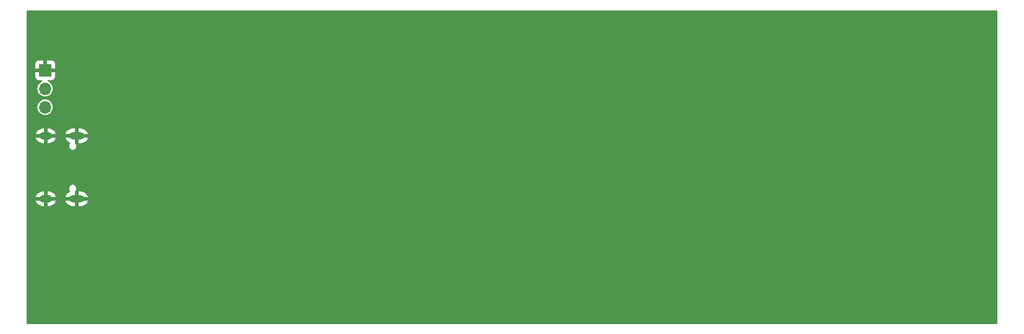
<source format=gbr>
%TF.GenerationSoftware,KiCad,Pcbnew,8.0.7*%
%TF.CreationDate,2025-02-01T19:51:36+00:00*%
%TF.ProjectId,LED-Panel,4c45442d-5061-46e6-956c-2e6b69636164,rev?*%
%TF.SameCoordinates,Original*%
%TF.FileFunction,Copper,L2,Bot*%
%TF.FilePolarity,Positive*%
%FSLAX46Y46*%
G04 Gerber Fmt 4.6, Leading zero omitted, Abs format (unit mm)*
G04 Created by KiCad (PCBNEW 8.0.7) date 2025-02-01 19:51:36*
%MOMM*%
%LPD*%
G01*
G04 APERTURE LIST*
%TA.AperFunction,ComponentPad*%
%ADD10O,2.100000X1.000000*%
%TD*%
%TA.AperFunction,ComponentPad*%
%ADD11O,1.800000X1.000000*%
%TD*%
%TA.AperFunction,ComponentPad*%
%ADD12R,1.700000X1.700000*%
%TD*%
%TA.AperFunction,ComponentPad*%
%ADD13O,1.700000X1.700000*%
%TD*%
%TA.AperFunction,ViaPad*%
%ADD14C,0.600000*%
%TD*%
G04 APERTURE END LIST*
D10*
%TO.P,J1,S1,SHIELD*%
%TO.N,GND*%
X107340000Y-117720000D03*
D11*
X103140000Y-117720000D03*
D10*
X107340000Y-126360000D03*
D11*
X103140000Y-126360000D03*
%TD*%
D12*
%TO.P,J2,1,Pin_1*%
%TO.N,GND*%
X103027500Y-108710000D03*
D13*
%TO.P,J2,2,Pin_2*%
%TO.N,Net-(J2-Pin_2)*%
X103027500Y-111250000D03*
%TO.P,J2,3,Pin_3*%
%TO.N,+5V*%
X103027500Y-113790000D03*
%TD*%
D14*
%TO.N,GND*%
X108700000Y-107150000D03*
X170000000Y-138000000D03*
X160450000Y-114000000D03*
X132000000Y-126000000D03*
X208000000Y-102000000D03*
X141500000Y-125950000D03*
X160500000Y-138000000D03*
X109050000Y-125200000D03*
X170000000Y-132000000D03*
X189000000Y-114000000D03*
X179500000Y-114000000D03*
X179450000Y-108000000D03*
X132050000Y-132000000D03*
X226950000Y-126000000D03*
X217500000Y-114000000D03*
X198500000Y-132000000D03*
X189000000Y-108000000D03*
X122500000Y-132000000D03*
X122550000Y-102000000D03*
X109200000Y-118800000D03*
X141550000Y-102000000D03*
X122500000Y-126000000D03*
X227000000Y-108000000D03*
X170050000Y-126000000D03*
X217550000Y-126000000D03*
X132000000Y-120000000D03*
X141500000Y-120000000D03*
X179500000Y-138000000D03*
X217500000Y-120000000D03*
X179500000Y-102000000D03*
X170000000Y-108000000D03*
X151050000Y-114000000D03*
X217500000Y-102000000D03*
X132000000Y-108000000D03*
X113000000Y-138000000D03*
X141550000Y-108000000D03*
X217450000Y-132000000D03*
X226950000Y-138000000D03*
X170000000Y-102000000D03*
X141500000Y-132000000D03*
X160500000Y-126000000D03*
X179550000Y-132000000D03*
X170000000Y-120000000D03*
X227000000Y-120000000D03*
X170000000Y-114000000D03*
X132000000Y-114000000D03*
X217550000Y-138000000D03*
X227050000Y-102000000D03*
X208000000Y-138000000D03*
X151000000Y-126000000D03*
X179500000Y-120000000D03*
X113000000Y-126000000D03*
X227000000Y-114000000D03*
X122500000Y-113950000D03*
X113000000Y-120000000D03*
X151000000Y-120000000D03*
X198500000Y-108000000D03*
X208000000Y-126000000D03*
X151000000Y-132000000D03*
X198500000Y-114000000D03*
X151000000Y-108000000D03*
X113000000Y-108000000D03*
X189000000Y-102000000D03*
X208000000Y-114000000D03*
X189000000Y-138000000D03*
X151000000Y-138000000D03*
X160500000Y-120050000D03*
X132050000Y-102000000D03*
X122500000Y-120000000D03*
X160550000Y-102000000D03*
X113000000Y-132000000D03*
X208000000Y-132000000D03*
X141500000Y-114000000D03*
X122500000Y-108000000D03*
X198550000Y-102000000D03*
X188950000Y-126000000D03*
X226900000Y-132000000D03*
X113000000Y-102000000D03*
X198500000Y-120000000D03*
X198450000Y-126000000D03*
X106190000Y-113620000D03*
X151000000Y-102000000D03*
X189000000Y-132000000D03*
X160500000Y-132000000D03*
X141500000Y-138000000D03*
X208000000Y-120000000D03*
X160500000Y-108000000D03*
X179500000Y-126000000D03*
X108420000Y-130710000D03*
X208000000Y-108000000D03*
X198500000Y-138000000D03*
X217500000Y-108000000D03*
X122500000Y-138000000D03*
X112950000Y-114000000D03*
X132000000Y-138000000D03*
X189000000Y-120000000D03*
X108420000Y-129470000D03*
%TD*%
%TA.AperFunction,Conductor*%
%TO.N,GND*%
G36*
X233222539Y-100530185D02*
G01*
X233268294Y-100582989D01*
X233279500Y-100634500D01*
X233279500Y-143385500D01*
X233259815Y-143452539D01*
X233207011Y-143498294D01*
X233155500Y-143509500D01*
X100624500Y-143509500D01*
X100557461Y-143489815D01*
X100511706Y-143437011D01*
X100500500Y-143385500D01*
X100500500Y-126110000D01*
X101770138Y-126110000D01*
X102573012Y-126110000D01*
X102555795Y-126119940D01*
X102499940Y-126175795D01*
X102460444Y-126244204D01*
X102440000Y-126320504D01*
X102440000Y-126399496D01*
X102460444Y-126475796D01*
X102499940Y-126544205D01*
X102555795Y-126600060D01*
X102573012Y-126610000D01*
X101770138Y-126610000D01*
X101778430Y-126651690D01*
X101778430Y-126651692D01*
X101853807Y-126833671D01*
X101853814Y-126833684D01*
X101963248Y-126997462D01*
X101963251Y-126997466D01*
X102102533Y-127136748D01*
X102102537Y-127136751D01*
X102266315Y-127246185D01*
X102266328Y-127246192D01*
X102448306Y-127321569D01*
X102448318Y-127321572D01*
X102641504Y-127359999D01*
X102641508Y-127360000D01*
X102890000Y-127360000D01*
X102890000Y-126660000D01*
X103390000Y-126660000D01*
X103390000Y-127360000D01*
X103638492Y-127360000D01*
X103638495Y-127359999D01*
X103831681Y-127321572D01*
X103831693Y-127321569D01*
X104013671Y-127246192D01*
X104013684Y-127246185D01*
X104177462Y-127136751D01*
X104177466Y-127136748D01*
X104316748Y-126997466D01*
X104316751Y-126997462D01*
X104426185Y-126833684D01*
X104426192Y-126833671D01*
X104501569Y-126651692D01*
X104501569Y-126651690D01*
X104509862Y-126610000D01*
X103706988Y-126610000D01*
X103724205Y-126600060D01*
X103780060Y-126544205D01*
X103819556Y-126475796D01*
X103840000Y-126399496D01*
X103840000Y-126320504D01*
X103819556Y-126244204D01*
X103780060Y-126175795D01*
X103724205Y-126119940D01*
X103706988Y-126110000D01*
X104509862Y-126110000D01*
X105820138Y-126110000D01*
X106623012Y-126110000D01*
X106605795Y-126119940D01*
X106549940Y-126175795D01*
X106510444Y-126244204D01*
X106490000Y-126320504D01*
X106490000Y-126399496D01*
X106510444Y-126475796D01*
X106549940Y-126544205D01*
X106605795Y-126600060D01*
X106623012Y-126610000D01*
X105820138Y-126610000D01*
X105828430Y-126651690D01*
X105828430Y-126651692D01*
X105903807Y-126833671D01*
X105903814Y-126833684D01*
X106013248Y-126997462D01*
X106013251Y-126997466D01*
X106152533Y-127136748D01*
X106152537Y-127136751D01*
X106316315Y-127246185D01*
X106316328Y-127246192D01*
X106498306Y-127321569D01*
X106498318Y-127321572D01*
X106691504Y-127359999D01*
X106691508Y-127360000D01*
X107090000Y-127360000D01*
X107090000Y-126660000D01*
X107590000Y-126660000D01*
X107590000Y-127360000D01*
X107988492Y-127360000D01*
X107988495Y-127359999D01*
X108181681Y-127321572D01*
X108181693Y-127321569D01*
X108363671Y-127246192D01*
X108363684Y-127246185D01*
X108527462Y-127136751D01*
X108527466Y-127136748D01*
X108666748Y-126997466D01*
X108666751Y-126997462D01*
X108776185Y-126833684D01*
X108776192Y-126833671D01*
X108851569Y-126651692D01*
X108851569Y-126651690D01*
X108859862Y-126610000D01*
X108056988Y-126610000D01*
X108074205Y-126600060D01*
X108130060Y-126544205D01*
X108169556Y-126475796D01*
X108190000Y-126399496D01*
X108190000Y-126320504D01*
X108169556Y-126244204D01*
X108130060Y-126175795D01*
X108074205Y-126119940D01*
X108056988Y-126110000D01*
X108859862Y-126110000D01*
X108851569Y-126068309D01*
X108851569Y-126068307D01*
X108776192Y-125886328D01*
X108776185Y-125886315D01*
X108666751Y-125722537D01*
X108666748Y-125722533D01*
X108527466Y-125583251D01*
X108527462Y-125583248D01*
X108363684Y-125473814D01*
X108363671Y-125473807D01*
X108181693Y-125398430D01*
X108181681Y-125398427D01*
X107988495Y-125360000D01*
X107590000Y-125360000D01*
X107590000Y-126060000D01*
X107090000Y-126060000D01*
X107090000Y-125412105D01*
X107109685Y-125345066D01*
X107126319Y-125324424D01*
X107148393Y-125302350D01*
X107216499Y-125234244D01*
X107281733Y-125121256D01*
X107315500Y-124995234D01*
X107315500Y-124864766D01*
X107281733Y-124738744D01*
X107216499Y-124625756D01*
X107124244Y-124533501D01*
X107067750Y-124500884D01*
X107011257Y-124468267D01*
X106948245Y-124451383D01*
X106885234Y-124434500D01*
X106754766Y-124434500D01*
X106628742Y-124468267D01*
X106515756Y-124533501D01*
X106515753Y-124533503D01*
X106423503Y-124625753D01*
X106423501Y-124625756D01*
X106358267Y-124738742D01*
X106324500Y-124864766D01*
X106324500Y-124995233D01*
X106358267Y-125121257D01*
X106390884Y-125177750D01*
X106423501Y-125234244D01*
X106423503Y-125234246D01*
X106430284Y-125241027D01*
X106463769Y-125302350D01*
X106458785Y-125372042D01*
X106416913Y-125427975D01*
X106390056Y-125443269D01*
X106316325Y-125473809D01*
X106316315Y-125473814D01*
X106152537Y-125583248D01*
X106152533Y-125583251D01*
X106013251Y-125722533D01*
X106013248Y-125722537D01*
X105903814Y-125886315D01*
X105903807Y-125886328D01*
X105828430Y-126068307D01*
X105828430Y-126068309D01*
X105820138Y-126110000D01*
X104509862Y-126110000D01*
X104501569Y-126068309D01*
X104501569Y-126068307D01*
X104426192Y-125886328D01*
X104426185Y-125886315D01*
X104316751Y-125722537D01*
X104316748Y-125722533D01*
X104177466Y-125583251D01*
X104177462Y-125583248D01*
X104013684Y-125473814D01*
X104013671Y-125473807D01*
X103831693Y-125398430D01*
X103831681Y-125398427D01*
X103638495Y-125360000D01*
X103390000Y-125360000D01*
X103390000Y-126060000D01*
X102890000Y-126060000D01*
X102890000Y-125360000D01*
X102641504Y-125360000D01*
X102448318Y-125398427D01*
X102448306Y-125398430D01*
X102266328Y-125473807D01*
X102266315Y-125473814D01*
X102102537Y-125583248D01*
X102102533Y-125583251D01*
X101963251Y-125722533D01*
X101963248Y-125722537D01*
X101853814Y-125886315D01*
X101853807Y-125886328D01*
X101778430Y-126068307D01*
X101778430Y-126068309D01*
X101770138Y-126110000D01*
X100500500Y-126110000D01*
X100500500Y-117470000D01*
X101770138Y-117470000D01*
X102573012Y-117470000D01*
X102555795Y-117479940D01*
X102499940Y-117535795D01*
X102460444Y-117604204D01*
X102440000Y-117680504D01*
X102440000Y-117759496D01*
X102460444Y-117835796D01*
X102499940Y-117904205D01*
X102555795Y-117960060D01*
X102573012Y-117970000D01*
X101770138Y-117970000D01*
X101778430Y-118011690D01*
X101778430Y-118011692D01*
X101853807Y-118193671D01*
X101853814Y-118193684D01*
X101963248Y-118357462D01*
X101963251Y-118357466D01*
X102102533Y-118496748D01*
X102102537Y-118496751D01*
X102266315Y-118606185D01*
X102266328Y-118606192D01*
X102448306Y-118681569D01*
X102448318Y-118681572D01*
X102641504Y-118719999D01*
X102641508Y-118720000D01*
X102890000Y-118720000D01*
X102890000Y-118020000D01*
X103390000Y-118020000D01*
X103390000Y-118720000D01*
X103638492Y-118720000D01*
X103638495Y-118719999D01*
X103831681Y-118681572D01*
X103831693Y-118681569D01*
X104013671Y-118606192D01*
X104013684Y-118606185D01*
X104177462Y-118496751D01*
X104177466Y-118496748D01*
X104316748Y-118357466D01*
X104316751Y-118357462D01*
X104426185Y-118193684D01*
X104426192Y-118193671D01*
X104501569Y-118011692D01*
X104501569Y-118011690D01*
X104509862Y-117970000D01*
X103706988Y-117970000D01*
X103724205Y-117960060D01*
X103780060Y-117904205D01*
X103819556Y-117835796D01*
X103840000Y-117759496D01*
X103840000Y-117680504D01*
X103819556Y-117604204D01*
X103780060Y-117535795D01*
X103724205Y-117479940D01*
X103706988Y-117470000D01*
X104509862Y-117470000D01*
X105820138Y-117470000D01*
X106623012Y-117470000D01*
X106605795Y-117479940D01*
X106549940Y-117535795D01*
X106510444Y-117604204D01*
X106490000Y-117680504D01*
X106490000Y-117759496D01*
X106510444Y-117835796D01*
X106549940Y-117904205D01*
X106605795Y-117960060D01*
X106623012Y-117970000D01*
X105820138Y-117970000D01*
X105828430Y-118011690D01*
X105828430Y-118011692D01*
X105903807Y-118193671D01*
X105903814Y-118193684D01*
X106013248Y-118357462D01*
X106013251Y-118357466D01*
X106152533Y-118496748D01*
X106152537Y-118496751D01*
X106316315Y-118606185D01*
X106316327Y-118606192D01*
X106390055Y-118636730D01*
X106444459Y-118680570D01*
X106466524Y-118746864D01*
X106449245Y-118814564D01*
X106430288Y-118838969D01*
X106423501Y-118845756D01*
X106358267Y-118958742D01*
X106324500Y-119084766D01*
X106324500Y-119215233D01*
X106358267Y-119341257D01*
X106390884Y-119397750D01*
X106423501Y-119454244D01*
X106515756Y-119546499D01*
X106628744Y-119611733D01*
X106754766Y-119645500D01*
X106754768Y-119645500D01*
X106885232Y-119645500D01*
X106885234Y-119645500D01*
X107011256Y-119611733D01*
X107124244Y-119546499D01*
X107216499Y-119454244D01*
X107281733Y-119341256D01*
X107315500Y-119215234D01*
X107315500Y-119084766D01*
X107281733Y-118958744D01*
X107216499Y-118845756D01*
X107126319Y-118755576D01*
X107092834Y-118694253D01*
X107090000Y-118667895D01*
X107090000Y-118020000D01*
X107590000Y-118020000D01*
X107590000Y-118720000D01*
X107988492Y-118720000D01*
X107988495Y-118719999D01*
X108181681Y-118681572D01*
X108181693Y-118681569D01*
X108363671Y-118606192D01*
X108363684Y-118606185D01*
X108527462Y-118496751D01*
X108527466Y-118496748D01*
X108666748Y-118357466D01*
X108666751Y-118357462D01*
X108776185Y-118193684D01*
X108776192Y-118193671D01*
X108851569Y-118011692D01*
X108851569Y-118011690D01*
X108859862Y-117970000D01*
X108056988Y-117970000D01*
X108074205Y-117960060D01*
X108130060Y-117904205D01*
X108169556Y-117835796D01*
X108190000Y-117759496D01*
X108190000Y-117680504D01*
X108169556Y-117604204D01*
X108130060Y-117535795D01*
X108074205Y-117479940D01*
X108056988Y-117470000D01*
X108859862Y-117470000D01*
X108851569Y-117428309D01*
X108851569Y-117428307D01*
X108776192Y-117246328D01*
X108776185Y-117246315D01*
X108666751Y-117082537D01*
X108666748Y-117082533D01*
X108527466Y-116943251D01*
X108527462Y-116943248D01*
X108363684Y-116833814D01*
X108363671Y-116833807D01*
X108181693Y-116758430D01*
X108181681Y-116758427D01*
X107988495Y-116720000D01*
X107590000Y-116720000D01*
X107590000Y-117420000D01*
X107090000Y-117420000D01*
X107090000Y-116720000D01*
X106691504Y-116720000D01*
X106498318Y-116758427D01*
X106498306Y-116758430D01*
X106316328Y-116833807D01*
X106316315Y-116833814D01*
X106152537Y-116943248D01*
X106152533Y-116943251D01*
X106013251Y-117082533D01*
X106013248Y-117082537D01*
X105903814Y-117246315D01*
X105903807Y-117246328D01*
X105828430Y-117428307D01*
X105828430Y-117428309D01*
X105820138Y-117470000D01*
X104509862Y-117470000D01*
X104501569Y-117428309D01*
X104501569Y-117428307D01*
X104426192Y-117246328D01*
X104426185Y-117246315D01*
X104316751Y-117082537D01*
X104316748Y-117082533D01*
X104177466Y-116943251D01*
X104177462Y-116943248D01*
X104013684Y-116833814D01*
X104013671Y-116833807D01*
X103831693Y-116758430D01*
X103831681Y-116758427D01*
X103638495Y-116720000D01*
X103390000Y-116720000D01*
X103390000Y-117420000D01*
X102890000Y-117420000D01*
X102890000Y-116720000D01*
X102641504Y-116720000D01*
X102448318Y-116758427D01*
X102448306Y-116758430D01*
X102266328Y-116833807D01*
X102266315Y-116833814D01*
X102102537Y-116943248D01*
X102102533Y-116943251D01*
X101963251Y-117082533D01*
X101963248Y-117082537D01*
X101853814Y-117246315D01*
X101853807Y-117246328D01*
X101778430Y-117428307D01*
X101778430Y-117428309D01*
X101770138Y-117470000D01*
X100500500Y-117470000D01*
X100500500Y-113790000D01*
X101971917Y-113790000D01*
X101992199Y-113995932D01*
X101992200Y-113995934D01*
X102052268Y-114193954D01*
X102149815Y-114376450D01*
X102149817Y-114376452D01*
X102281089Y-114536410D01*
X102377709Y-114615702D01*
X102441050Y-114667685D01*
X102623546Y-114765232D01*
X102821566Y-114825300D01*
X102821565Y-114825300D01*
X102840029Y-114827118D01*
X103027500Y-114845583D01*
X103233434Y-114825300D01*
X103431454Y-114765232D01*
X103613950Y-114667685D01*
X103773910Y-114536410D01*
X103905185Y-114376450D01*
X104002732Y-114193954D01*
X104062800Y-113995934D01*
X104083083Y-113790000D01*
X104062800Y-113584066D01*
X104002732Y-113386046D01*
X103905185Y-113203550D01*
X103853202Y-113140209D01*
X103773910Y-113043589D01*
X103613952Y-112912317D01*
X103613953Y-112912317D01*
X103613950Y-112912315D01*
X103431454Y-112814768D01*
X103233434Y-112754700D01*
X103233432Y-112754699D01*
X103233434Y-112754699D01*
X103027500Y-112734417D01*
X102821567Y-112754699D01*
X102623543Y-112814769D01*
X102513398Y-112873643D01*
X102441050Y-112912315D01*
X102441048Y-112912316D01*
X102441047Y-112912317D01*
X102281089Y-113043589D01*
X102149817Y-113203547D01*
X102052269Y-113386043D01*
X101992199Y-113584067D01*
X101971917Y-113790000D01*
X100500500Y-113790000D01*
X100500500Y-107812155D01*
X101677500Y-107812155D01*
X101677500Y-108460000D01*
X102594488Y-108460000D01*
X102561575Y-108517007D01*
X102527500Y-108644174D01*
X102527500Y-108775826D01*
X102561575Y-108902993D01*
X102594488Y-108960000D01*
X101677500Y-108960000D01*
X101677500Y-109607844D01*
X101683901Y-109667372D01*
X101683903Y-109667379D01*
X101734145Y-109802086D01*
X101734149Y-109802093D01*
X101820309Y-109917187D01*
X101820312Y-109917190D01*
X101935406Y-110003350D01*
X101935413Y-110003354D01*
X102070120Y-110053596D01*
X102070127Y-110053598D01*
X102129655Y-110059999D01*
X102129672Y-110060000D01*
X102530313Y-110060000D01*
X102597352Y-110079685D01*
X102643107Y-110132489D01*
X102653051Y-110201647D01*
X102624026Y-110265203D01*
X102588767Y-110293357D01*
X102441050Y-110372315D01*
X102441048Y-110372316D01*
X102441047Y-110372317D01*
X102281089Y-110503589D01*
X102149817Y-110663547D01*
X102052269Y-110846043D01*
X101992199Y-111044067D01*
X101971917Y-111250000D01*
X101992199Y-111455932D01*
X101992200Y-111455934D01*
X102052268Y-111653954D01*
X102149815Y-111836450D01*
X102149817Y-111836452D01*
X102281089Y-111996410D01*
X102377709Y-112075702D01*
X102441050Y-112127685D01*
X102623546Y-112225232D01*
X102821566Y-112285300D01*
X102821565Y-112285300D01*
X102840029Y-112287118D01*
X103027500Y-112305583D01*
X103233434Y-112285300D01*
X103431454Y-112225232D01*
X103613950Y-112127685D01*
X103773910Y-111996410D01*
X103905185Y-111836450D01*
X104002732Y-111653954D01*
X104062800Y-111455934D01*
X104083083Y-111250000D01*
X104062800Y-111044066D01*
X104002732Y-110846046D01*
X103905185Y-110663550D01*
X103853202Y-110600209D01*
X103773910Y-110503589D01*
X103613952Y-110372317D01*
X103613953Y-110372317D01*
X103613950Y-110372315D01*
X103466232Y-110293357D01*
X103416389Y-110244395D01*
X103400929Y-110176257D01*
X103424761Y-110110578D01*
X103480319Y-110068209D01*
X103524687Y-110060000D01*
X103925328Y-110060000D01*
X103925344Y-110059999D01*
X103984872Y-110053598D01*
X103984879Y-110053596D01*
X104119586Y-110003354D01*
X104119593Y-110003350D01*
X104234687Y-109917190D01*
X104234690Y-109917187D01*
X104320850Y-109802093D01*
X104320854Y-109802086D01*
X104371096Y-109667379D01*
X104371098Y-109667372D01*
X104377499Y-109607844D01*
X104377500Y-109607827D01*
X104377500Y-108960000D01*
X103460512Y-108960000D01*
X103493425Y-108902993D01*
X103527500Y-108775826D01*
X103527500Y-108644174D01*
X103493425Y-108517007D01*
X103460512Y-108460000D01*
X104377500Y-108460000D01*
X104377500Y-107812172D01*
X104377499Y-107812155D01*
X104371098Y-107752627D01*
X104371096Y-107752620D01*
X104320854Y-107617913D01*
X104320850Y-107617906D01*
X104234690Y-107502812D01*
X104234687Y-107502809D01*
X104119593Y-107416649D01*
X104119586Y-107416645D01*
X103984879Y-107366403D01*
X103984872Y-107366401D01*
X103925344Y-107360000D01*
X103277500Y-107360000D01*
X103277500Y-108276988D01*
X103220493Y-108244075D01*
X103093326Y-108210000D01*
X102961674Y-108210000D01*
X102834507Y-108244075D01*
X102777500Y-108276988D01*
X102777500Y-107360000D01*
X102129655Y-107360000D01*
X102070127Y-107366401D01*
X102070120Y-107366403D01*
X101935413Y-107416645D01*
X101935406Y-107416649D01*
X101820312Y-107502809D01*
X101820309Y-107502812D01*
X101734149Y-107617906D01*
X101734145Y-107617913D01*
X101683903Y-107752620D01*
X101683901Y-107752627D01*
X101677500Y-107812155D01*
X100500500Y-107812155D01*
X100500500Y-100634500D01*
X100520185Y-100567461D01*
X100572989Y-100521706D01*
X100624500Y-100510500D01*
X233155500Y-100510500D01*
X233222539Y-100530185D01*
G37*
%TD.AperFunction*%
%TD*%
M02*

</source>
